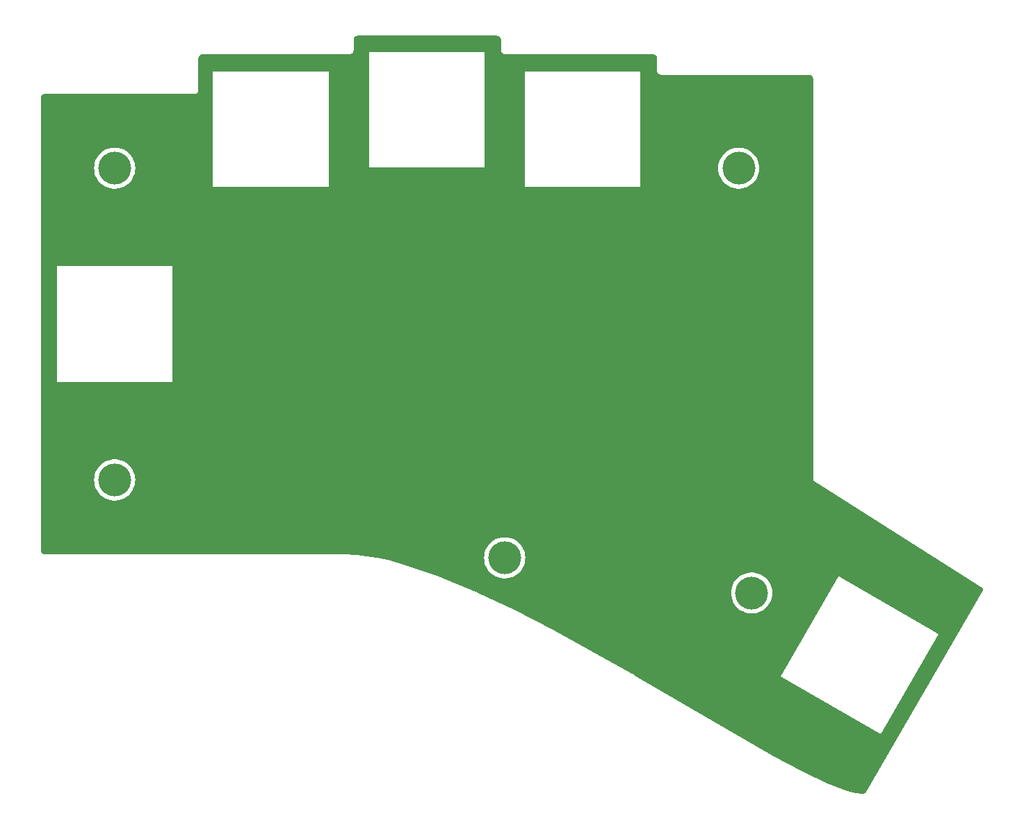
<source format=gbr>
%TF.GenerationSoftware,KiCad,Pcbnew,7.0.10*%
%TF.CreationDate,2024-02-18T23:47:10+09:00*%
%TF.ProjectId,kamu_keyboard,6b616d75-5f6b-4657-9962-6f6172642e6b,rev?*%
%TF.SameCoordinates,Original*%
%TF.FileFunction,Copper,L2,Bot*%
%TF.FilePolarity,Positive*%
%FSLAX46Y46*%
G04 Gerber Fmt 4.6, Leading zero omitted, Abs format (unit mm)*
G04 Created by KiCad (PCBNEW 7.0.10) date 2024-02-18 23:47:10*
%MOMM*%
%LPD*%
G01*
G04 APERTURE LIST*
%TA.AperFunction,ComponentPad*%
%ADD10C,4.000000*%
%TD*%
G04 APERTURE END LIST*
D10*
%TO.P,,*%
%TO.N,*%
X127813000Y-84896000D03*
%TD*%
%TO.P,,*%
%TO.N,*%
X129399414Y-136671000D03*
%TD*%
%TO.P,,*%
%TO.N,*%
X99313000Y-132396000D03*
%TD*%
%TO.P,,*%
%TO.N,*%
X51813000Y-122896000D03*
%TD*%
%TO.P,,*%
%TO.N,*%
X51813000Y-84896000D03*
%TD*%
%TA.AperFunction,Conductor*%
%TO.N,GND*%
G36*
X98362683Y-68749608D02*
G01*
X98365454Y-68749676D01*
X98382868Y-68750106D01*
X98388917Y-68750405D01*
X98407511Y-68751786D01*
X98413526Y-68752382D01*
X98414449Y-68752497D01*
X98431873Y-68754658D01*
X98437874Y-68755552D01*
X98456070Y-68758722D01*
X98462001Y-68759907D01*
X98479947Y-68763950D01*
X98485814Y-68765423D01*
X98503471Y-68770319D01*
X98509247Y-68772074D01*
X98513074Y-68773340D01*
X98526653Y-68777831D01*
X98532346Y-68779869D01*
X98549416Y-68786454D01*
X98554999Y-68788765D01*
X98571743Y-68796183D01*
X98577199Y-68798761D01*
X98593589Y-68807001D01*
X98598930Y-68809853D01*
X98614877Y-68818874D01*
X98620076Y-68821985D01*
X98635609Y-68831803D01*
X98640647Y-68835163D01*
X98655738Y-68845772D01*
X98660598Y-68849370D01*
X98675228Y-68860770D01*
X98679934Y-68864627D01*
X98693989Y-68876737D01*
X98698508Y-68880830D01*
X98712051Y-68893718D01*
X98716372Y-68898040D01*
X98729261Y-68911584D01*
X98733374Y-68916125D01*
X98745474Y-68930168D01*
X98749349Y-68934896D01*
X98760696Y-68949459D01*
X98764325Y-68954360D01*
X98774916Y-68969426D01*
X98778288Y-68974482D01*
X98788108Y-68990017D01*
X98791218Y-68995215D01*
X98800240Y-69011168D01*
X98803091Y-69016511D01*
X98811322Y-69032884D01*
X98813907Y-69038355D01*
X98821317Y-69055082D01*
X98823636Y-69060681D01*
X98830218Y-69077745D01*
X98832258Y-69083446D01*
X98838009Y-69100841D01*
X98839761Y-69106608D01*
X98844664Y-69124289D01*
X98846136Y-69130154D01*
X98850176Y-69148093D01*
X98851366Y-69154055D01*
X98854529Y-69172212D01*
X98855426Y-69178233D01*
X98857694Y-69196522D01*
X98858297Y-69202606D01*
X98859672Y-69221137D01*
X98859974Y-69227234D01*
X98860475Y-69247407D01*
X98860513Y-69250486D01*
X98860513Y-70489688D01*
X98860317Y-70492370D01*
X98860456Y-70496939D01*
X98860513Y-70500701D01*
X98860513Y-70505146D01*
X98860724Y-70507417D01*
X98860928Y-70515686D01*
X98860792Y-70519202D01*
X98860900Y-70520647D01*
X98861203Y-70526736D01*
X98861241Y-70528271D01*
X98861725Y-70531744D01*
X98862319Y-70539741D01*
X98862339Y-70543190D01*
X98862644Y-70545720D01*
X98863158Y-70550910D01*
X98863324Y-70553043D01*
X98863954Y-70556360D01*
X98864881Y-70563833D01*
X98865071Y-70567478D01*
X98865482Y-70569842D01*
X98866356Y-70575701D01*
X98866518Y-70576997D01*
X98867299Y-70580286D01*
X98868700Y-70588322D01*
X98869065Y-70591848D01*
X98869595Y-70594218D01*
X98870692Y-70599705D01*
X98871085Y-70601934D01*
X98872081Y-70605276D01*
X98873821Y-70612998D01*
X98874377Y-70616489D01*
X98874749Y-70617826D01*
X98876269Y-70623872D01*
X98876778Y-70626140D01*
X98878031Y-70629644D01*
X98879659Y-70635515D01*
X98880348Y-70638960D01*
X98881380Y-70642125D01*
X98882775Y-70646701D01*
X98883620Y-70649678D01*
X98884895Y-70652783D01*
X98887047Y-70659291D01*
X98887864Y-70662491D01*
X98888973Y-70665419D01*
X98890506Y-70669705D01*
X98891385Y-70672314D01*
X98892763Y-70675287D01*
X98895914Y-70683453D01*
X98896962Y-70686726D01*
X98897218Y-70687300D01*
X98899739Y-70693381D01*
X98900758Y-70696036D01*
X98902619Y-70699472D01*
X98904719Y-70704214D01*
X98905926Y-70707587D01*
X98907221Y-70710177D01*
X98909568Y-70715143D01*
X98910534Y-70717310D01*
X98912307Y-70720308D01*
X98915495Y-70726648D01*
X98916854Y-70729893D01*
X98918104Y-70732116D01*
X98920628Y-70736839D01*
X98921968Y-70739483D01*
X98923925Y-70742420D01*
X98927248Y-70748295D01*
X98928743Y-70751414D01*
X98930087Y-70753554D01*
X98932741Y-70757983D01*
X98934650Y-70761325D01*
X98936807Y-70764201D01*
X98939676Y-70768738D01*
X98941372Y-70771910D01*
X98942946Y-70774158D01*
X98946036Y-70778790D01*
X98947661Y-70781349D01*
X98949971Y-70784160D01*
X98953901Y-70789750D01*
X98955792Y-70792855D01*
X98956630Y-70793926D01*
X98960557Y-70799229D01*
X98962145Y-70801498D01*
X98964795Y-70804393D01*
X98968821Y-70809561D01*
X98970932Y-70812664D01*
X98971343Y-70813134D01*
X98976068Y-70818888D01*
X98976824Y-70819867D01*
X98979511Y-70822580D01*
X98983444Y-70827145D01*
X98985601Y-70830091D01*
X98988121Y-70832759D01*
X98991678Y-70836690D01*
X98993760Y-70839093D01*
X98996439Y-70841515D01*
X99001689Y-70847032D01*
X99003925Y-70849693D01*
X99004866Y-70850589D01*
X99009168Y-70854890D01*
X99010721Y-70856520D01*
X99013549Y-70858852D01*
X99018320Y-70863392D01*
X99020863Y-70866198D01*
X99022635Y-70867721D01*
X99027365Y-70872003D01*
X99029913Y-70874432D01*
X99033139Y-70876766D01*
X99037769Y-70880756D01*
X99040429Y-70883358D01*
X99040679Y-70883550D01*
X99046738Y-70888522D01*
X99048093Y-70889707D01*
X99051546Y-70891987D01*
X99055470Y-70895044D01*
X99058146Y-70897486D01*
X99061226Y-70899670D01*
X99065198Y-70902607D01*
X99069516Y-70905934D01*
X99072772Y-70907798D01*
X99074551Y-70909048D01*
X99076149Y-70910172D01*
X99079004Y-70912492D01*
X99080625Y-70913514D01*
X99085901Y-70917030D01*
X99089008Y-70919218D01*
X99092552Y-70921047D01*
X99096136Y-70923312D01*
X99099151Y-70925546D01*
X99101315Y-70926768D01*
X99106614Y-70929936D01*
X99109371Y-70931679D01*
X99112864Y-70933296D01*
X99117673Y-70936017D01*
X99120764Y-70938061D01*
X99122350Y-70938854D01*
X99128132Y-70941939D01*
X99131085Y-70943615D01*
X99134794Y-70945102D01*
X99139185Y-70947310D01*
X99139595Y-70947516D01*
X99142775Y-70949391D01*
X99143987Y-70949923D01*
X99150173Y-70952846D01*
X99153648Y-70954606D01*
X99157607Y-70955944D01*
X99160503Y-70957227D01*
X99164139Y-70959189D01*
X99165633Y-70959752D01*
X99173128Y-70962858D01*
X99174542Y-70963499D01*
X99178512Y-70964685D01*
X99184155Y-70966862D01*
X99187557Y-70968449D01*
X99188817Y-70968861D01*
X99195529Y-70971268D01*
X99198934Y-70972600D01*
X99203077Y-70973561D01*
X99204592Y-70974062D01*
X99206624Y-70974734D01*
X99210003Y-70976134D01*
X99212513Y-70976831D01*
X99218177Y-70978551D01*
X99222498Y-70979976D01*
X99226408Y-70980685D01*
X99229838Y-70981636D01*
X99233708Y-70983030D01*
X99234842Y-70983275D01*
X99242943Y-70985311D01*
X99245109Y-70985933D01*
X99249436Y-70986524D01*
X99253979Y-70987548D01*
X99257783Y-70988699D01*
X99258934Y-70988891D01*
X99266651Y-70990429D01*
X99269671Y-70991131D01*
X99274002Y-70991487D01*
X99278703Y-70992307D01*
X99282539Y-70993243D01*
X99282840Y-70993278D01*
X99291108Y-70994503D01*
X99293926Y-70995018D01*
X99298355Y-70995160D01*
X99302580Y-70995684D01*
X99306443Y-70996446D01*
X99307542Y-70996520D01*
X99315324Y-70997291D01*
X99318540Y-70997712D01*
X99322907Y-70997635D01*
X99326957Y-70997935D01*
X99331094Y-70998548D01*
X99331736Y-70998557D01*
X99340417Y-70998974D01*
X99342245Y-70999126D01*
X99346557Y-70998873D01*
X99348055Y-70998909D01*
X99350048Y-70998959D01*
X99353122Y-70999302D01*
X99358044Y-70999255D01*
X99363785Y-70999332D01*
X99373163Y-70999675D01*
X99376709Y-70999226D01*
X117359486Y-70997111D01*
X117362540Y-70997148D01*
X117382724Y-70997647D01*
X117388780Y-70997946D01*
X117407368Y-70999327D01*
X117413375Y-70999922D01*
X117422452Y-71001048D01*
X117431731Y-71002199D01*
X117437754Y-71003097D01*
X117455906Y-71006260D01*
X117461845Y-71007445D01*
X117479813Y-71011492D01*
X117485665Y-71012963D01*
X117503320Y-71017859D01*
X117509088Y-71019610D01*
X117526536Y-71025380D01*
X117532165Y-71027396D01*
X117549273Y-71033995D01*
X117554846Y-71036304D01*
X117571591Y-71043722D01*
X117577070Y-71046311D01*
X117593438Y-71054541D01*
X117598781Y-71057392D01*
X117601595Y-71058984D01*
X117614738Y-71066418D01*
X117619941Y-71069532D01*
X117635433Y-71079324D01*
X117640495Y-71082700D01*
X117655583Y-71093307D01*
X117660484Y-71096936D01*
X117675058Y-71108292D01*
X117679787Y-71112167D01*
X117693849Y-71124284D01*
X117698389Y-71128396D01*
X117711900Y-71141254D01*
X117716236Y-71145590D01*
X117729104Y-71159110D01*
X117733223Y-71163658D01*
X117745329Y-71177708D01*
X117749203Y-71182435D01*
X117760551Y-71196999D01*
X117764178Y-71201898D01*
X117774774Y-71216970D01*
X117778148Y-71222028D01*
X117787965Y-71237558D01*
X117791082Y-71242767D01*
X117800089Y-71258691D01*
X117802942Y-71264036D01*
X117811186Y-71280432D01*
X117813774Y-71285909D01*
X117821176Y-71302617D01*
X117823493Y-71308211D01*
X117830085Y-71325298D01*
X117832126Y-71330998D01*
X117837872Y-71348374D01*
X117839632Y-71354167D01*
X117844524Y-71371806D01*
X117846003Y-71377697D01*
X117850044Y-71395637D01*
X117851234Y-71401599D01*
X117854395Y-71419740D01*
X117855293Y-71425760D01*
X117857567Y-71444090D01*
X117858169Y-71450173D01*
X117859542Y-71468661D01*
X117859845Y-71474772D01*
X117860345Y-71494947D01*
X117860383Y-71498019D01*
X117860383Y-72989653D01*
X117860208Y-72991999D01*
X117860344Y-72997401D01*
X117860383Y-73000508D01*
X117860383Y-73005276D01*
X117860594Y-73007547D01*
X117860798Y-73015818D01*
X117860662Y-73019333D01*
X117860770Y-73020779D01*
X117861073Y-73026868D01*
X117861111Y-73028394D01*
X117861595Y-73031867D01*
X117862190Y-73039879D01*
X117862210Y-73043340D01*
X117862514Y-73045863D01*
X117863028Y-73051053D01*
X117863194Y-73053193D01*
X117863823Y-73056503D01*
X117864744Y-73063929D01*
X117864929Y-73067513D01*
X117865394Y-73070215D01*
X117866207Y-73075668D01*
X117866410Y-73077277D01*
X117867178Y-73080503D01*
X117868553Y-73088400D01*
X117868898Y-73091772D01*
X117869562Y-73094794D01*
X117870484Y-73099415D01*
X117871010Y-73102343D01*
X117871973Y-73105566D01*
X117873714Y-73113300D01*
X117874250Y-73116648D01*
X117874713Y-73118332D01*
X117876070Y-73123738D01*
X117876706Y-73126537D01*
X117877923Y-73129938D01*
X117879592Y-73135965D01*
X117880336Y-73139655D01*
X117880924Y-73141419D01*
X117882879Y-73147862D01*
X117883280Y-73149327D01*
X117884674Y-73152744D01*
X117886908Y-73159505D01*
X117887715Y-73162669D01*
X117888883Y-73165770D01*
X117890355Y-73169898D01*
X117891349Y-73172849D01*
X117892759Y-73175871D01*
X117895829Y-73183835D01*
X117896831Y-73186957D01*
X117897282Y-73187980D01*
X117899462Y-73193248D01*
X117900222Y-73195211D01*
X117901859Y-73198326D01*
X117904515Y-73204325D01*
X117905647Y-73207503D01*
X117907368Y-73210991D01*
X117909192Y-73214853D01*
X117910562Y-73217890D01*
X117912238Y-73220717D01*
X117915289Y-73226786D01*
X117916560Y-73229833D01*
X117918324Y-73233008D01*
X117920218Y-73236552D01*
X117922067Y-73240151D01*
X117923885Y-73242872D01*
X117927381Y-73249054D01*
X117928914Y-73252217D01*
X117929679Y-73253426D01*
X117932844Y-73258712D01*
X117934075Y-73260890D01*
X117936292Y-73263880D01*
X117939470Y-73268904D01*
X117941108Y-73271971D01*
X117943034Y-73274739D01*
X117945683Y-73278708D01*
X117947660Y-73281797D01*
X117949896Y-73284512D01*
X117953319Y-73289377D01*
X117955167Y-73292452D01*
X117956895Y-73294677D01*
X117960070Y-73298953D01*
X117962808Y-73302811D01*
X117965389Y-73305573D01*
X117968874Y-73310038D01*
X117970812Y-73312865D01*
X117971751Y-73313955D01*
X117975469Y-73318482D01*
X117977391Y-73320938D01*
X117980058Y-73323580D01*
X117984538Y-73328767D01*
X117986706Y-73331630D01*
X117987592Y-73332555D01*
X117991918Y-73337317D01*
X117993386Y-73339020D01*
X117996194Y-73341558D01*
X118000695Y-73346272D01*
X118003015Y-73349080D01*
X118004741Y-73350721D01*
X118009041Y-73355014D01*
X118010657Y-73356708D01*
X118013457Y-73359016D01*
X118018177Y-73363510D01*
X118020690Y-73366286D01*
X118022579Y-73367913D01*
X118027173Y-73372075D01*
X118029306Y-73374107D01*
X118032383Y-73376365D01*
X118037506Y-73380783D01*
X118040036Y-73383266D01*
X118041236Y-73384201D01*
X118045989Y-73388097D01*
X118048430Y-73390201D01*
X118051626Y-73392304D01*
X118055468Y-73395301D01*
X118058271Y-73397857D01*
X118060618Y-73399509D01*
X118065500Y-73403126D01*
X118069047Y-73405891D01*
X118072514Y-73407884D01*
X118076885Y-73410962D01*
X118079640Y-73413165D01*
X118080307Y-73413585D01*
X118085895Y-73417314D01*
X118087824Y-73418678D01*
X118091215Y-73420483D01*
X118096140Y-73423603D01*
X118099263Y-73425916D01*
X118100770Y-73426761D01*
X118106880Y-73430420D01*
X118109034Y-73431796D01*
X118112655Y-73433480D01*
X118117595Y-73436281D01*
X118120714Y-73438346D01*
X118122133Y-73439056D01*
X118128070Y-73442228D01*
X118131087Y-73443947D01*
X118134826Y-73445444D01*
X118139447Y-73447774D01*
X118142584Y-73449628D01*
X118143937Y-73450226D01*
X118149916Y-73453060D01*
X118153592Y-73454924D01*
X118157506Y-73456249D01*
X118160181Y-73457438D01*
X118163600Y-73459294D01*
X118166292Y-73460332D01*
X118172229Y-73462798D01*
X118174910Y-73463994D01*
X118178624Y-73465101D01*
X118182791Y-73466713D01*
X118186166Y-73468337D01*
X118189324Y-73469390D01*
X118194724Y-73471330D01*
X118198877Y-73472931D01*
X118202670Y-73473825D01*
X118206292Y-73475028D01*
X118209952Y-73476556D01*
X118211703Y-73477034D01*
X118218695Y-73479164D01*
X118220334Y-73479716D01*
X118224156Y-73480482D01*
X118230870Y-73482353D01*
X118234422Y-73483597D01*
X118235017Y-73483728D01*
X118242491Y-73485615D01*
X118245172Y-73486381D01*
X118249391Y-73486958D01*
X118253378Y-73487860D01*
X118257490Y-73489125D01*
X118258324Y-73489260D01*
X118266929Y-73490966D01*
X118268199Y-73491264D01*
X118272368Y-73491662D01*
X118278589Y-73492752D01*
X118282398Y-73493685D01*
X118282797Y-73493732D01*
X118290873Y-73494935D01*
X118293840Y-73495477D01*
X118298245Y-73495620D01*
X118302469Y-73496147D01*
X118306365Y-73496916D01*
X118307311Y-73496980D01*
X118315268Y-73497774D01*
X118318335Y-73498180D01*
X118322759Y-73498105D01*
X118326863Y-73498411D01*
X118331005Y-73499026D01*
X118331523Y-73499033D01*
X118340344Y-73499460D01*
X118342076Y-73499605D01*
X118346431Y-73499351D01*
X118349035Y-73499416D01*
X118349660Y-73499432D01*
X118352083Y-73499709D01*
X118359240Y-73499709D01*
X118362346Y-73499748D01*
X118369482Y-73499926D01*
X118371927Y-73499709D01*
X136369178Y-73499709D01*
X136372232Y-73499747D01*
X136393331Y-73500279D01*
X136399513Y-73500592D01*
X136418686Y-73502048D01*
X136424894Y-73502679D01*
X136443732Y-73505071D01*
X136449888Y-73506010D01*
X136468359Y-73509305D01*
X136474428Y-73510545D01*
X136492568Y-73514727D01*
X136498537Y-73516261D01*
X136516031Y-73521225D01*
X136516320Y-73521307D01*
X136522186Y-73523130D01*
X136539581Y-73529011D01*
X136545321Y-73531110D01*
X136562379Y-73537831D01*
X136567922Y-73540174D01*
X136584577Y-73547699D01*
X136589932Y-73550277D01*
X136606187Y-73558599D01*
X136611429Y-73561446D01*
X136627174Y-73570496D01*
X136632255Y-73573581D01*
X136647536Y-73583374D01*
X136652440Y-73586686D01*
X136667170Y-73597159D01*
X136671923Y-73600713D01*
X136686115Y-73611863D01*
X136690689Y-73615637D01*
X136704310Y-73627434D01*
X136708690Y-73631414D01*
X136721770Y-73643883D01*
X136725955Y-73648067D01*
X136738390Y-73661109D01*
X136742376Y-73665495D01*
X136754195Y-73679141D01*
X136757965Y-73683710D01*
X136769115Y-73697900D01*
X136772681Y-73702670D01*
X136783161Y-73717413D01*
X136786492Y-73722345D01*
X136796243Y-73737559D01*
X136799352Y-73742678D01*
X136808381Y-73758387D01*
X136811250Y-73763671D01*
X136819534Y-73779852D01*
X136822156Y-73785297D01*
X136829638Y-73801854D01*
X136832008Y-73807462D01*
X136838723Y-73824505D01*
X136840820Y-73830238D01*
X136846703Y-73847635D01*
X136848528Y-73853507D01*
X136853567Y-73871265D01*
X136855107Y-73877256D01*
X136859288Y-73895390D01*
X136860530Y-73901468D01*
X136863827Y-73919946D01*
X136864768Y-73926112D01*
X136867154Y-73944908D01*
X136867785Y-73951133D01*
X136869239Y-73970278D01*
X136869555Y-73976530D01*
X136870086Y-73997503D01*
X136870126Y-74000641D01*
X136870126Y-122965179D01*
X136869415Y-122973222D01*
X136870131Y-122976441D01*
X136872440Y-122978754D01*
X136879578Y-122982466D01*
X157523523Y-136133988D01*
X157569487Y-136186610D01*
X157579705Y-136255729D01*
X157570754Y-136287689D01*
X157568008Y-136294054D01*
X157566955Y-136296426D01*
X157563615Y-136303743D01*
X157562520Y-136306078D01*
X157558975Y-136313435D01*
X157557828Y-136315753D01*
X157554125Y-136323045D01*
X157552936Y-136325328D01*
X157549111Y-136332488D01*
X157547879Y-136334737D01*
X157543659Y-136342258D01*
X157542906Y-136343582D01*
X143360057Y-160908717D01*
X143358898Y-160910681D01*
X143351217Y-160923437D01*
X143348799Y-160927292D01*
X143341237Y-160938867D01*
X143338713Y-160942581D01*
X143330853Y-160953710D01*
X143328193Y-160957335D01*
X143319933Y-160968174D01*
X143317147Y-160971696D01*
X143308531Y-160982191D01*
X143305627Y-160985600D01*
X143296726Y-160995677D01*
X143293720Y-160998960D01*
X143284427Y-161008749D01*
X143281300Y-161011927D01*
X143271723Y-161021315D01*
X143268502Y-161024361D01*
X143258616Y-161033382D01*
X143255295Y-161036306D01*
X143245107Y-161044957D01*
X143241701Y-161047746D01*
X143231259Y-161055993D01*
X143227740Y-161058672D01*
X143216962Y-161066577D01*
X143213381Y-161069107D01*
X143202395Y-161076582D01*
X143198731Y-161078982D01*
X143187482Y-161086068D01*
X143183719Y-161088346D01*
X143172244Y-161095018D01*
X143168431Y-161097146D01*
X143156698Y-161103426D01*
X143152787Y-161105431D01*
X143140880Y-161111271D01*
X143136918Y-161113128D01*
X143124717Y-161118587D01*
X143120679Y-161120309D01*
X143108400Y-161125289D01*
X143104307Y-161126865D01*
X143091790Y-161131433D01*
X143087644Y-161132864D01*
X143074957Y-161136991D01*
X143070765Y-161138273D01*
X143057923Y-161141953D01*
X143053663Y-161143092D01*
X143040739Y-161146303D01*
X143036423Y-161147294D01*
X143023286Y-161150064D01*
X143018951Y-161150898D01*
X143005710Y-161153201D01*
X143001310Y-161153885D01*
X142987952Y-161155717D01*
X142983531Y-161156243D01*
X142970098Y-161157596D01*
X142965650Y-161157963D01*
X142952126Y-161158835D01*
X142947662Y-161159042D01*
X142934050Y-161159428D01*
X142929548Y-161159474D01*
X142915859Y-161159365D01*
X142911369Y-161159248D01*
X142897594Y-161158639D01*
X142893082Y-161158357D01*
X142878234Y-161157157D01*
X142875902Y-161156946D01*
X142094421Y-161078909D01*
X142077376Y-161075995D01*
X141090215Y-160835364D01*
X141075916Y-160830950D01*
X138623812Y-159908388D01*
X138614000Y-159904206D01*
X135607264Y-158466993D01*
X135602223Y-158464441D01*
X132115568Y-156598142D01*
X132111752Y-156596012D01*
X115354640Y-146851619D01*
X132931998Y-146851619D01*
X132932250Y-146851948D01*
X132941145Y-146857036D01*
X132941576Y-146857284D01*
X145121785Y-153889532D01*
X145121958Y-153889683D01*
X145143206Y-153901946D01*
X145143208Y-153901948D01*
X145143209Y-153901948D01*
X145143211Y-153901949D01*
X145143617Y-153902002D01*
X145143619Y-153902002D01*
X145143948Y-153901750D01*
X145148436Y-153893894D01*
X145148628Y-153893558D01*
X152188019Y-141700978D01*
X152193945Y-141690793D01*
X152193948Y-141690792D01*
X152194002Y-141690381D01*
X152193750Y-141690052D01*
X152193748Y-141690051D01*
X152173204Y-141678097D01*
X152172605Y-141677892D01*
X151336632Y-141195243D01*
X140004309Y-134652522D01*
X140004201Y-134652427D01*
X140004199Y-134652431D01*
X139982791Y-134640051D01*
X139982381Y-134639997D01*
X139982380Y-134639997D01*
X139982051Y-134640249D01*
X139970161Y-134660655D01*
X139969932Y-134661323D01*
X132944284Y-146830101D01*
X132943883Y-146830561D01*
X132932051Y-146851209D01*
X132932049Y-146851223D01*
X132932038Y-146851315D01*
X132931998Y-146851619D01*
X115354640Y-146851619D01*
X114851077Y-146558793D01*
X114849616Y-146557821D01*
X114845565Y-146555564D01*
X114843513Y-146554395D01*
X114837253Y-146550748D01*
X114835584Y-146549987D01*
X105258524Y-141196850D01*
X105256142Y-141195243D01*
X105250982Y-141192568D01*
X105247720Y-141190815D01*
X105245348Y-141189494D01*
X105243017Y-141188453D01*
X100475166Y-138728019D01*
X100472808Y-138726587D01*
X100469039Y-138724792D01*
X100465792Y-138723187D01*
X100461563Y-138721018D01*
X100458932Y-138720007D01*
X96128165Y-136671005D01*
X126893970Y-136671005D01*
X126913724Y-136985004D01*
X126913725Y-136985011D01*
X126972684Y-137294083D01*
X127069911Y-137593316D01*
X127069913Y-137593321D01*
X127203875Y-137878003D01*
X127203878Y-137878009D01*
X127372465Y-138143661D01*
X127372468Y-138143665D01*
X127573020Y-138386090D01*
X127573022Y-138386092D01*
X127802382Y-138601476D01*
X127802392Y-138601484D01*
X128056918Y-138786408D01*
X128056923Y-138786410D01*
X128056930Y-138786416D01*
X128332648Y-138937994D01*
X128332653Y-138937996D01*
X128332655Y-138937997D01*
X128332656Y-138937998D01*
X128625185Y-139053818D01*
X128625188Y-139053819D01*
X128929937Y-139132065D01*
X128929941Y-139132066D01*
X128995424Y-139140338D01*
X129242084Y-139171499D01*
X129242093Y-139171499D01*
X129242096Y-139171500D01*
X129242098Y-139171500D01*
X129556730Y-139171500D01*
X129556732Y-139171500D01*
X129556735Y-139171499D01*
X129556743Y-139171499D01*
X129743007Y-139147968D01*
X129868887Y-139132066D01*
X130173639Y-139053819D01*
X130173642Y-139053818D01*
X130466171Y-138937998D01*
X130466172Y-138937997D01*
X130466170Y-138937997D01*
X130466180Y-138937994D01*
X130741898Y-138786416D01*
X130996444Y-138601478D01*
X131225804Y-138386094D01*
X131426361Y-138143663D01*
X131594951Y-137878007D01*
X131728917Y-137593315D01*
X131826145Y-137294079D01*
X131885102Y-136985015D01*
X131904858Y-136671000D01*
X131894986Y-136514094D01*
X131885103Y-136356995D01*
X131885102Y-136356988D01*
X131885102Y-136356985D01*
X131826145Y-136047921D01*
X131728917Y-135748685D01*
X131594951Y-135463993D01*
X131426361Y-135198337D01*
X131426359Y-135198334D01*
X131225807Y-134955909D01*
X131225805Y-134955907D01*
X130996445Y-134740523D01*
X130996435Y-134740515D01*
X130741909Y-134555591D01*
X130741902Y-134555586D01*
X130741898Y-134555584D01*
X130466180Y-134404006D01*
X130466177Y-134404004D01*
X130466172Y-134404002D01*
X130466171Y-134404001D01*
X130173642Y-134288181D01*
X130173639Y-134288180D01*
X129868890Y-134209934D01*
X129868877Y-134209932D01*
X129556743Y-134170500D01*
X129556732Y-134170500D01*
X129242096Y-134170500D01*
X129242084Y-134170500D01*
X128929950Y-134209932D01*
X128929937Y-134209934D01*
X128625188Y-134288180D01*
X128625185Y-134288181D01*
X128332656Y-134404001D01*
X128332655Y-134404002D01*
X128056930Y-134555584D01*
X128056918Y-134555591D01*
X127802392Y-134740515D01*
X127802382Y-134740523D01*
X127573022Y-134955907D01*
X127573020Y-134955909D01*
X127372468Y-135198334D01*
X127372465Y-135198338D01*
X127203878Y-135463990D01*
X127203875Y-135463996D01*
X127069913Y-135748678D01*
X127069911Y-135748683D01*
X126972684Y-136047916D01*
X126913725Y-136356988D01*
X126913724Y-136356995D01*
X126893970Y-136670994D01*
X126893970Y-136671005D01*
X96128165Y-136671005D01*
X95800688Y-136516067D01*
X95797661Y-136514405D01*
X95796907Y-136514094D01*
X95790811Y-136511382D01*
X95789870Y-136510932D01*
X95786498Y-136509773D01*
X91307827Y-134647061D01*
X91304404Y-134645389D01*
X91304084Y-134645279D01*
X91298097Y-134643015D01*
X91294521Y-134642006D01*
X87069554Y-133205903D01*
X87066041Y-133204461D01*
X87065070Y-133204194D01*
X87059328Y-133202460D01*
X87059297Y-133202449D01*
X87055982Y-133201745D01*
X85069050Y-132672522D01*
X85065316Y-132671253D01*
X85064505Y-132671087D01*
X85057988Y-132669547D01*
X85054309Y-132668989D01*
X83730943Y-132396005D01*
X96807556Y-132396005D01*
X96827310Y-132710004D01*
X96827311Y-132710011D01*
X96886270Y-133019083D01*
X96983497Y-133318316D01*
X96983499Y-133318321D01*
X97117461Y-133603003D01*
X97117464Y-133603009D01*
X97286051Y-133868661D01*
X97286054Y-133868665D01*
X97486606Y-134111090D01*
X97486608Y-134111092D01*
X97486610Y-134111094D01*
X97591862Y-134209932D01*
X97715968Y-134326476D01*
X97715978Y-134326484D01*
X97970504Y-134511408D01*
X97970509Y-134511410D01*
X97970516Y-134511416D01*
X98246234Y-134662994D01*
X98246239Y-134662996D01*
X98246241Y-134662997D01*
X98246242Y-134662998D01*
X98538771Y-134778818D01*
X98538774Y-134778819D01*
X98843523Y-134857065D01*
X98843527Y-134857066D01*
X98909010Y-134865338D01*
X99155670Y-134896499D01*
X99155679Y-134896499D01*
X99155682Y-134896500D01*
X99155684Y-134896500D01*
X99470316Y-134896500D01*
X99470318Y-134896500D01*
X99470321Y-134896499D01*
X99470329Y-134896499D01*
X99656593Y-134872968D01*
X99782473Y-134857066D01*
X100087225Y-134778819D01*
X100183950Y-134740523D01*
X100379757Y-134662998D01*
X100379758Y-134662997D01*
X100379756Y-134662997D01*
X100379766Y-134662994D01*
X100655484Y-134511416D01*
X100910030Y-134326478D01*
X101139390Y-134111094D01*
X101339947Y-133868663D01*
X101508537Y-133603007D01*
X101642503Y-133318315D01*
X101739731Y-133019079D01*
X101798688Y-132710015D01*
X101801184Y-132670340D01*
X101818444Y-132396005D01*
X101818444Y-132395994D01*
X101798689Y-132081995D01*
X101798688Y-132081988D01*
X101798688Y-132081985D01*
X101739731Y-131772921D01*
X101642503Y-131473685D01*
X101639156Y-131466573D01*
X101508538Y-131188996D01*
X101508537Y-131188993D01*
X101339947Y-130923337D01*
X101339945Y-130923334D01*
X101139393Y-130680909D01*
X101139391Y-130680907D01*
X100910031Y-130465523D01*
X100910021Y-130465515D01*
X100655495Y-130280591D01*
X100655488Y-130280586D01*
X100655484Y-130280584D01*
X100379766Y-130129006D01*
X100379763Y-130129004D01*
X100379758Y-130129002D01*
X100379757Y-130129001D01*
X100087228Y-130013181D01*
X100087225Y-130013180D01*
X99782476Y-129934934D01*
X99782463Y-129934932D01*
X99470329Y-129895500D01*
X99470318Y-129895500D01*
X99155682Y-129895500D01*
X99155670Y-129895500D01*
X98843536Y-129934932D01*
X98843523Y-129934934D01*
X98538774Y-130013180D01*
X98538771Y-130013181D01*
X98246242Y-130129001D01*
X98246241Y-130129002D01*
X97970516Y-130280584D01*
X97970504Y-130280591D01*
X97715978Y-130465515D01*
X97715968Y-130465523D01*
X97486608Y-130680907D01*
X97486606Y-130680909D01*
X97286054Y-130923334D01*
X97286051Y-130923338D01*
X97117464Y-131188990D01*
X97117461Y-131188996D01*
X96983499Y-131473678D01*
X96983497Y-131473683D01*
X96886270Y-131772916D01*
X96827311Y-132081988D01*
X96827310Y-132081995D01*
X96807556Y-132395994D01*
X96807556Y-132396005D01*
X83730943Y-132396005D01*
X83159215Y-132278068D01*
X83155031Y-132276894D01*
X83154582Y-132276833D01*
X83147975Y-132275706D01*
X83143805Y-132275371D01*
X81347549Y-132033123D01*
X81342990Y-132032240D01*
X81338282Y-132031802D01*
X81333581Y-132031823D01*
X79648936Y-131948648D01*
X79645232Y-131948189D01*
X79642688Y-131948189D01*
X79636572Y-131948038D01*
X79634698Y-131947945D01*
X79631090Y-131948192D01*
X43316665Y-131964415D01*
X43313845Y-131964384D01*
X43293580Y-131963932D01*
X43287386Y-131963639D01*
X43268930Y-131962302D01*
X43262791Y-131961703D01*
X43244547Y-131959465D01*
X43238460Y-131958565D01*
X43231952Y-131957436D01*
X43220339Y-131955422D01*
X43214349Y-131954230D01*
X43196474Y-131950214D01*
X43190554Y-131948730D01*
X43172937Y-131943850D01*
X43167124Y-131942085D01*
X43149749Y-131936342D01*
X43144037Y-131934298D01*
X43126953Y-131927708D01*
X43121372Y-131925397D01*
X43104633Y-131917981D01*
X43099189Y-131915408D01*
X43082792Y-131907166D01*
X43077461Y-131904322D01*
X43061513Y-131895307D01*
X43056325Y-131892205D01*
X43040752Y-131882371D01*
X43035726Y-131879023D01*
X43020627Y-131868423D01*
X43015776Y-131864837D01*
X43001177Y-131853486D01*
X42996468Y-131849636D01*
X42982362Y-131837513D01*
X42977854Y-131833442D01*
X42964417Y-131820698D01*
X42959940Y-131816230D01*
X42947102Y-131802741D01*
X42943045Y-131798262D01*
X42930876Y-131784142D01*
X42927028Y-131779447D01*
X42915643Y-131764839D01*
X42912026Y-131759956D01*
X42901398Y-131744847D01*
X42898039Y-131739816D01*
X42888177Y-131724225D01*
X42885074Y-131719042D01*
X42876015Y-131703043D01*
X42873166Y-131697714D01*
X42864898Y-131681294D01*
X42862318Y-131675841D01*
X42854873Y-131659064D01*
X42852569Y-131653512D01*
X42845926Y-131636334D01*
X42843912Y-131630722D01*
X42838119Y-131613254D01*
X42836359Y-131607476D01*
X42831437Y-131589784D01*
X42829953Y-131583896D01*
X42825895Y-131565949D01*
X42824700Y-131559985D01*
X42821523Y-131541838D01*
X42820617Y-131535790D01*
X42818334Y-131517471D01*
X42817727Y-131511373D01*
X42816346Y-131492886D01*
X42816039Y-131486730D01*
X42815538Y-131466573D01*
X42815500Y-131463492D01*
X42815500Y-122896005D01*
X49307556Y-122896005D01*
X49327310Y-123210004D01*
X49327311Y-123210011D01*
X49386270Y-123519083D01*
X49483497Y-123818316D01*
X49483499Y-123818321D01*
X49617461Y-124103003D01*
X49617464Y-124103009D01*
X49786051Y-124368661D01*
X49786054Y-124368665D01*
X49986606Y-124611090D01*
X49986608Y-124611092D01*
X50215968Y-124826476D01*
X50215978Y-124826484D01*
X50470504Y-125011408D01*
X50470509Y-125011410D01*
X50470516Y-125011416D01*
X50746234Y-125162994D01*
X50746239Y-125162996D01*
X50746241Y-125162997D01*
X50746242Y-125162998D01*
X51038771Y-125278818D01*
X51038774Y-125278819D01*
X51343523Y-125357065D01*
X51343527Y-125357066D01*
X51409010Y-125365338D01*
X51655670Y-125396499D01*
X51655679Y-125396499D01*
X51655682Y-125396500D01*
X51655684Y-125396500D01*
X51970316Y-125396500D01*
X51970318Y-125396500D01*
X51970321Y-125396499D01*
X51970329Y-125396499D01*
X52156593Y-125372968D01*
X52282473Y-125357066D01*
X52587225Y-125278819D01*
X52587228Y-125278818D01*
X52879757Y-125162998D01*
X52879758Y-125162997D01*
X52879756Y-125162997D01*
X52879766Y-125162994D01*
X53155484Y-125011416D01*
X53410030Y-124826478D01*
X53639390Y-124611094D01*
X53839947Y-124368663D01*
X54008537Y-124103007D01*
X54142503Y-123818315D01*
X54239731Y-123519079D01*
X54298688Y-123210015D01*
X54313403Y-122976124D01*
X54318444Y-122896005D01*
X54318444Y-122895994D01*
X54298689Y-122581995D01*
X54298688Y-122581988D01*
X54298688Y-122581985D01*
X54239731Y-122272921D01*
X54142503Y-121973685D01*
X54008537Y-121688993D01*
X53839947Y-121423337D01*
X53839945Y-121423334D01*
X53639393Y-121180909D01*
X53639391Y-121180907D01*
X53410031Y-120965523D01*
X53410021Y-120965515D01*
X53155495Y-120780591D01*
X53155488Y-120780586D01*
X53155484Y-120780584D01*
X52879766Y-120629006D01*
X52879763Y-120629004D01*
X52879758Y-120629002D01*
X52879757Y-120629001D01*
X52587228Y-120513181D01*
X52587225Y-120513180D01*
X52282476Y-120434934D01*
X52282463Y-120434932D01*
X51970329Y-120395500D01*
X51970318Y-120395500D01*
X51655682Y-120395500D01*
X51655670Y-120395500D01*
X51343536Y-120434932D01*
X51343523Y-120434934D01*
X51038774Y-120513180D01*
X51038771Y-120513181D01*
X50746242Y-120629001D01*
X50746241Y-120629002D01*
X50470516Y-120780584D01*
X50470504Y-120780591D01*
X50215978Y-120965515D01*
X50215968Y-120965523D01*
X49986608Y-121180907D01*
X49986606Y-121180909D01*
X49786054Y-121423334D01*
X49786051Y-121423338D01*
X49617464Y-121688990D01*
X49617461Y-121688996D01*
X49483499Y-121973678D01*
X49483497Y-121973683D01*
X49386270Y-122272916D01*
X49327311Y-122581988D01*
X49327310Y-122581995D01*
X49307556Y-122895994D01*
X49307556Y-122896005D01*
X42815500Y-122896005D01*
X42815500Y-110921889D01*
X44762416Y-110921889D01*
X44762459Y-110946000D01*
X44762500Y-110946099D01*
X44762617Y-110946383D01*
X44762618Y-110946384D01*
X44762808Y-110946462D01*
X44763000Y-110946541D01*
X44763002Y-110946539D01*
X44787616Y-110946524D01*
X44787616Y-110946528D01*
X44787760Y-110946500D01*
X58838240Y-110946500D01*
X58838383Y-110946528D01*
X58838384Y-110946524D01*
X58862997Y-110946539D01*
X58863000Y-110946541D01*
X58863383Y-110946383D01*
X58863500Y-110946099D01*
X58863541Y-110946000D01*
X58863540Y-110945997D01*
X58863583Y-110921889D01*
X58863500Y-110921467D01*
X58863500Y-96870759D01*
X58863528Y-96870616D01*
X58863524Y-96870616D01*
X58863539Y-96846002D01*
X58863541Y-96846000D01*
X58863462Y-96845808D01*
X58863384Y-96845618D01*
X58863380Y-96845614D01*
X58863194Y-96845538D01*
X58863002Y-96845459D01*
X58838446Y-96845459D01*
X58838240Y-96845500D01*
X44787760Y-96845500D01*
X44787554Y-96845459D01*
X44762998Y-96845459D01*
X44762807Y-96845538D01*
X44762619Y-96845615D01*
X44762615Y-96845618D01*
X44762459Y-96845999D01*
X44762476Y-96870616D01*
X44762471Y-96870616D01*
X44762500Y-96870759D01*
X44762500Y-110921467D01*
X44762416Y-110921889D01*
X42815500Y-110921889D01*
X42815500Y-84896005D01*
X49307556Y-84896005D01*
X49327310Y-85210004D01*
X49327311Y-85210011D01*
X49386270Y-85519083D01*
X49483497Y-85818316D01*
X49483499Y-85818321D01*
X49617461Y-86103003D01*
X49617464Y-86103009D01*
X49786051Y-86368661D01*
X49786054Y-86368665D01*
X49986606Y-86611090D01*
X49986608Y-86611092D01*
X50215968Y-86826476D01*
X50215978Y-86826484D01*
X50470504Y-87011408D01*
X50470509Y-87011410D01*
X50470516Y-87011416D01*
X50746234Y-87162994D01*
X50746239Y-87162996D01*
X50746241Y-87162997D01*
X50746242Y-87162998D01*
X51038771Y-87278818D01*
X51038774Y-87278819D01*
X51343523Y-87357065D01*
X51343527Y-87357066D01*
X51409010Y-87365338D01*
X51655670Y-87396499D01*
X51655679Y-87396499D01*
X51655682Y-87396500D01*
X51655684Y-87396500D01*
X51970316Y-87396500D01*
X51970318Y-87396500D01*
X51970321Y-87396499D01*
X51970329Y-87396499D01*
X52156593Y-87372968D01*
X52282473Y-87357066D01*
X52587225Y-87278819D01*
X52587228Y-87278818D01*
X52857301Y-87171889D01*
X63762416Y-87171889D01*
X63762459Y-87196000D01*
X63762500Y-87196099D01*
X63762617Y-87196383D01*
X63762618Y-87196384D01*
X63762808Y-87196462D01*
X63763000Y-87196541D01*
X63763002Y-87196539D01*
X63787616Y-87196524D01*
X63787616Y-87196528D01*
X63787760Y-87196500D01*
X77838240Y-87196500D01*
X77838383Y-87196528D01*
X77838384Y-87196524D01*
X77862997Y-87196539D01*
X77863000Y-87196541D01*
X77863383Y-87196383D01*
X77863500Y-87196099D01*
X77863541Y-87196000D01*
X77863540Y-87195997D01*
X77863583Y-87171889D01*
X101762416Y-87171889D01*
X101762459Y-87196000D01*
X101762500Y-87196099D01*
X101762617Y-87196383D01*
X101762618Y-87196384D01*
X101762808Y-87196462D01*
X101763000Y-87196541D01*
X101763002Y-87196539D01*
X101787616Y-87196524D01*
X101787616Y-87196528D01*
X101787760Y-87196500D01*
X115838240Y-87196500D01*
X115838383Y-87196528D01*
X115838384Y-87196524D01*
X115862997Y-87196539D01*
X115863000Y-87196541D01*
X115863383Y-87196383D01*
X115863500Y-87196099D01*
X115863541Y-87196000D01*
X115863540Y-87195997D01*
X115863583Y-87171889D01*
X115863500Y-87171467D01*
X115863500Y-84896005D01*
X125307556Y-84896005D01*
X125327310Y-85210004D01*
X125327311Y-85210011D01*
X125386270Y-85519083D01*
X125483497Y-85818316D01*
X125483499Y-85818321D01*
X125617461Y-86103003D01*
X125617464Y-86103009D01*
X125786051Y-86368661D01*
X125786054Y-86368665D01*
X125986606Y-86611090D01*
X125986608Y-86611092D01*
X126215968Y-86826476D01*
X126215978Y-86826484D01*
X126470504Y-87011408D01*
X126470509Y-87011410D01*
X126470516Y-87011416D01*
X126746234Y-87162994D01*
X126746239Y-87162996D01*
X126746241Y-87162997D01*
X126746242Y-87162998D01*
X127038771Y-87278818D01*
X127038774Y-87278819D01*
X127343523Y-87357065D01*
X127343527Y-87357066D01*
X127409010Y-87365338D01*
X127655670Y-87396499D01*
X127655679Y-87396499D01*
X127655682Y-87396500D01*
X127655684Y-87396500D01*
X127970316Y-87396500D01*
X127970318Y-87396500D01*
X127970321Y-87396499D01*
X127970329Y-87396499D01*
X128156593Y-87372968D01*
X128282473Y-87357066D01*
X128587225Y-87278819D01*
X128587228Y-87278818D01*
X128879757Y-87162998D01*
X128879758Y-87162997D01*
X128879756Y-87162997D01*
X128879766Y-87162994D01*
X129155484Y-87011416D01*
X129410030Y-86826478D01*
X129639390Y-86611094D01*
X129839947Y-86368663D01*
X130008537Y-86103007D01*
X130142503Y-85818315D01*
X130239731Y-85519079D01*
X130298688Y-85210015D01*
X130318444Y-84896000D01*
X130313759Y-84821541D01*
X130298689Y-84581995D01*
X130298688Y-84581988D01*
X130298688Y-84581985D01*
X130239731Y-84272921D01*
X130142503Y-83973685D01*
X130008537Y-83688993D01*
X129839947Y-83423337D01*
X129839945Y-83423334D01*
X129639393Y-83180909D01*
X129639391Y-83180907D01*
X129410031Y-82965523D01*
X129410021Y-82965515D01*
X129155495Y-82780591D01*
X129155488Y-82780586D01*
X129155484Y-82780584D01*
X128879766Y-82629006D01*
X128879763Y-82629004D01*
X128879758Y-82629002D01*
X128879757Y-82629001D01*
X128587228Y-82513181D01*
X128587225Y-82513180D01*
X128282476Y-82434934D01*
X128282463Y-82434932D01*
X127970329Y-82395500D01*
X127970318Y-82395500D01*
X127655682Y-82395500D01*
X127655670Y-82395500D01*
X127343536Y-82434932D01*
X127343523Y-82434934D01*
X127038774Y-82513180D01*
X127038771Y-82513181D01*
X126746242Y-82629001D01*
X126746241Y-82629002D01*
X126470516Y-82780584D01*
X126470504Y-82780591D01*
X126215978Y-82965515D01*
X126215968Y-82965523D01*
X125986608Y-83180907D01*
X125986606Y-83180909D01*
X125786054Y-83423334D01*
X125786051Y-83423338D01*
X125617464Y-83688990D01*
X125617461Y-83688996D01*
X125483499Y-83973678D01*
X125483497Y-83973683D01*
X125386270Y-84272916D01*
X125327311Y-84581988D01*
X125327310Y-84581995D01*
X125307556Y-84895994D01*
X125307556Y-84896005D01*
X115863500Y-84896005D01*
X115863500Y-73120759D01*
X115863528Y-73120616D01*
X115863524Y-73120616D01*
X115863539Y-73096002D01*
X115863541Y-73096000D01*
X115863462Y-73095808D01*
X115863384Y-73095618D01*
X115863380Y-73095614D01*
X115863194Y-73095538D01*
X115863002Y-73095459D01*
X115838446Y-73095459D01*
X115838240Y-73095500D01*
X101787760Y-73095500D01*
X101787554Y-73095459D01*
X101762998Y-73095459D01*
X101762807Y-73095538D01*
X101762619Y-73095615D01*
X101762615Y-73095618D01*
X101762459Y-73095999D01*
X101762476Y-73120616D01*
X101762471Y-73120616D01*
X101762500Y-73120759D01*
X101762500Y-87171467D01*
X101762416Y-87171889D01*
X77863583Y-87171889D01*
X77863500Y-87171467D01*
X77863500Y-84796889D01*
X82762416Y-84796889D01*
X82762459Y-84821000D01*
X82762500Y-84821099D01*
X82762617Y-84821383D01*
X82762618Y-84821384D01*
X82762808Y-84821462D01*
X82763000Y-84821541D01*
X82763002Y-84821539D01*
X82787616Y-84821524D01*
X82787616Y-84821528D01*
X82787760Y-84821500D01*
X96838240Y-84821500D01*
X96838383Y-84821528D01*
X96838384Y-84821524D01*
X96862997Y-84821539D01*
X96863000Y-84821541D01*
X96863383Y-84821383D01*
X96863500Y-84821099D01*
X96863541Y-84821000D01*
X96863540Y-84820997D01*
X96863583Y-84796889D01*
X96863500Y-84796467D01*
X96863500Y-70745759D01*
X96863528Y-70745616D01*
X96863524Y-70745616D01*
X96863539Y-70721002D01*
X96863541Y-70721000D01*
X96863462Y-70720808D01*
X96863384Y-70720618D01*
X96863380Y-70720614D01*
X96863194Y-70720538D01*
X96863002Y-70720459D01*
X96838446Y-70720459D01*
X96838240Y-70720500D01*
X82787760Y-70720500D01*
X82787554Y-70720459D01*
X82762998Y-70720459D01*
X82762807Y-70720538D01*
X82762619Y-70720615D01*
X82762615Y-70720618D01*
X82762459Y-70720999D01*
X82762476Y-70745616D01*
X82762471Y-70745616D01*
X82762500Y-70745759D01*
X82762500Y-84796467D01*
X82762416Y-84796889D01*
X77863500Y-84796889D01*
X77863500Y-73120759D01*
X77863528Y-73120616D01*
X77863524Y-73120616D01*
X77863539Y-73096002D01*
X77863541Y-73096000D01*
X77863462Y-73095808D01*
X77863384Y-73095618D01*
X77863380Y-73095614D01*
X77863194Y-73095538D01*
X77863002Y-73095459D01*
X77838446Y-73095459D01*
X77838240Y-73095500D01*
X63787760Y-73095500D01*
X63787554Y-73095459D01*
X63762998Y-73095459D01*
X63762807Y-73095538D01*
X63762619Y-73095615D01*
X63762615Y-73095618D01*
X63762459Y-73095999D01*
X63762476Y-73120616D01*
X63762471Y-73120616D01*
X63762500Y-73120759D01*
X63762500Y-87171467D01*
X63762416Y-87171889D01*
X52857301Y-87171889D01*
X52879757Y-87162998D01*
X52879758Y-87162997D01*
X52879756Y-87162997D01*
X52879766Y-87162994D01*
X53155484Y-87011416D01*
X53410030Y-86826478D01*
X53639390Y-86611094D01*
X53839947Y-86368663D01*
X54008537Y-86103007D01*
X54142503Y-85818315D01*
X54239731Y-85519079D01*
X54298688Y-85210015D01*
X54318444Y-84896000D01*
X54313759Y-84821541D01*
X54298689Y-84581995D01*
X54298688Y-84581988D01*
X54298688Y-84581985D01*
X54239731Y-84272921D01*
X54142503Y-83973685D01*
X54008537Y-83688993D01*
X53839947Y-83423337D01*
X53839945Y-83423334D01*
X53639393Y-83180909D01*
X53639391Y-83180907D01*
X53410031Y-82965523D01*
X53410021Y-82965515D01*
X53155495Y-82780591D01*
X53155488Y-82780586D01*
X53155484Y-82780584D01*
X52879766Y-82629006D01*
X52879763Y-82629004D01*
X52879758Y-82629002D01*
X52879757Y-82629001D01*
X52587228Y-82513181D01*
X52587225Y-82513180D01*
X52282476Y-82434934D01*
X52282463Y-82434932D01*
X51970329Y-82395500D01*
X51970318Y-82395500D01*
X51655682Y-82395500D01*
X51655670Y-82395500D01*
X51343536Y-82434932D01*
X51343523Y-82434934D01*
X51038774Y-82513180D01*
X51038771Y-82513181D01*
X50746242Y-82629001D01*
X50746241Y-82629002D01*
X50470516Y-82780584D01*
X50470504Y-82780591D01*
X50215978Y-82965515D01*
X50215968Y-82965523D01*
X49986608Y-83180907D01*
X49986606Y-83180909D01*
X49786054Y-83423334D01*
X49786051Y-83423338D01*
X49617464Y-83688990D01*
X49617461Y-83688996D01*
X49483499Y-83973678D01*
X49483497Y-83973683D01*
X49386270Y-84272916D01*
X49327311Y-84581988D01*
X49327310Y-84581995D01*
X49307556Y-84895994D01*
X49307556Y-84896005D01*
X42815500Y-84896005D01*
X42815500Y-76351552D01*
X42815540Y-76348416D01*
X42816070Y-76327467D01*
X42816384Y-76321246D01*
X42817845Y-76302056D01*
X42818471Y-76295900D01*
X42820867Y-76277077D01*
X42821806Y-76270930D01*
X42825107Y-76252468D01*
X42826354Y-76246387D01*
X42830537Y-76228285D01*
X42832077Y-76222303D01*
X42837127Y-76204535D01*
X42838950Y-76198678D01*
X42844838Y-76181293D01*
X42846936Y-76175568D01*
X42853653Y-76158544D01*
X42856011Y-76152970D01*
X42863559Y-76136285D01*
X42866137Y-76130938D01*
X42874470Y-76114679D01*
X42877296Y-76109481D01*
X42886383Y-76093686D01*
X42889453Y-76088637D01*
X42899245Y-76073370D01*
X42902538Y-76068497D01*
X42913090Y-76053663D01*
X42916568Y-76049014D01*
X42927797Y-76034728D01*
X42931512Y-76030228D01*
X42943397Y-76016509D01*
X42947334Y-76012180D01*
X42959812Y-75999093D01*
X42963993Y-75994912D01*
X42977071Y-75982444D01*
X42981395Y-75978512D01*
X42995114Y-75966627D01*
X42999614Y-75962912D01*
X43013900Y-75951683D01*
X43018570Y-75948191D01*
X43033363Y-75937667D01*
X43038280Y-75934345D01*
X43053517Y-75924573D01*
X43058603Y-75921481D01*
X43074359Y-75912416D01*
X43079580Y-75909578D01*
X43095834Y-75901248D01*
X43101196Y-75898663D01*
X43117874Y-75891118D01*
X43123400Y-75888779D01*
X43140481Y-75882039D01*
X43146111Y-75879977D01*
X43163587Y-75874057D01*
X43169405Y-75872246D01*
X43187216Y-75867184D01*
X43193120Y-75865663D01*
X43211317Y-75861459D01*
X43217302Y-75860233D01*
X43235850Y-75856916D01*
X43241977Y-75855979D01*
X43260786Y-75853586D01*
X43266963Y-75852959D01*
X43286100Y-75851502D01*
X43292318Y-75851187D01*
X43313382Y-75850652D01*
X43316371Y-75850614D01*
X61501816Y-75849911D01*
X61504197Y-75850088D01*
X61509502Y-75849952D01*
X61512684Y-75849911D01*
X61521526Y-75849911D01*
X61524059Y-75849582D01*
X61526917Y-75849510D01*
X61530851Y-75849723D01*
X61533661Y-75849507D01*
X61540126Y-75849179D01*
X61542468Y-75849121D01*
X61546255Y-75848545D01*
X61551468Y-75848149D01*
X61555536Y-75848192D01*
X61559062Y-75847740D01*
X61565542Y-75847081D01*
X61569243Y-75846802D01*
X61573230Y-75845936D01*
X61578055Y-75845323D01*
X61582013Y-75845118D01*
X61583813Y-75844789D01*
X61590921Y-75843700D01*
X61593768Y-75843348D01*
X61597759Y-75842283D01*
X61603050Y-75841338D01*
X61606835Y-75840941D01*
X61608785Y-75840488D01*
X61615293Y-75839155D01*
X61617779Y-75838714D01*
X61621490Y-75837549D01*
X61626366Y-75836423D01*
X61630499Y-75835816D01*
X61632530Y-75835225D01*
X61640010Y-75833298D01*
X61642613Y-75832712D01*
X61646581Y-75831208D01*
X61651002Y-75829953D01*
X61655154Y-75829102D01*
X61655803Y-75828874D01*
X61664269Y-75826229D01*
X61666417Y-75825641D01*
X61670504Y-75823843D01*
X61672812Y-75823062D01*
X61677343Y-75821963D01*
X61678940Y-75821306D01*
X61687688Y-75818083D01*
X61689470Y-75817501D01*
X61693486Y-75815496D01*
X61696650Y-75814248D01*
X61700581Y-75813052D01*
X61702603Y-75812124D01*
X61709499Y-75809204D01*
X61712592Y-75808003D01*
X61716311Y-75805901D01*
X61717807Y-75805225D01*
X61722114Y-75803733D01*
X61724271Y-75802597D01*
X61732250Y-75798748D01*
X61734500Y-75797759D01*
X61738307Y-75795351D01*
X61740160Y-75794402D01*
X61744001Y-75792834D01*
X61746703Y-75791265D01*
X61752989Y-75787851D01*
X61755214Y-75786724D01*
X61758519Y-75784452D01*
X61762744Y-75782023D01*
X61766575Y-75780181D01*
X61766888Y-75779975D01*
X61774764Y-75775175D01*
X61775623Y-75774694D01*
X61779026Y-75772117D01*
X61781765Y-75770361D01*
X61785390Y-75768467D01*
X61788292Y-75766389D01*
X61793944Y-75762570D01*
X61796598Y-75760880D01*
X61799670Y-75758285D01*
X61800979Y-75757355D01*
X61804841Y-75755130D01*
X61807596Y-75752927D01*
X61813955Y-75748165D01*
X61815631Y-75746991D01*
X61818651Y-75744198D01*
X61821213Y-75742185D01*
X61824865Y-75739789D01*
X61826446Y-75738391D01*
X61832987Y-75732987D01*
X61834619Y-75731729D01*
X61837611Y-75728662D01*
X61840006Y-75726589D01*
X61843625Y-75723942D01*
X61844336Y-75723244D01*
X61851500Y-75716729D01*
X61852777Y-75715655D01*
X61855810Y-75712207D01*
X61858122Y-75710003D01*
X61861285Y-75707427D01*
X61862437Y-75706200D01*
X61868120Y-75700523D01*
X61869329Y-75699390D01*
X61871917Y-75696217D01*
X61873754Y-75694291D01*
X61877165Y-75691321D01*
X61879048Y-75689099D01*
X61884696Y-75682874D01*
X61886587Y-75680926D01*
X61889128Y-75677399D01*
X61889840Y-75676577D01*
X61893116Y-75673438D01*
X61894916Y-75671099D01*
X61900316Y-75664553D01*
X61901225Y-75663524D01*
X61903527Y-75660075D01*
X61905396Y-75657698D01*
X61908201Y-75654726D01*
X61910420Y-75651590D01*
X61914504Y-75646140D01*
X61917274Y-75642646D01*
X61919382Y-75638979D01*
X61920190Y-75637843D01*
X61922946Y-75634590D01*
X61924294Y-75632450D01*
X61928558Y-75626118D01*
X61930058Y-75624031D01*
X61931964Y-75620434D01*
X61933698Y-75617731D01*
X61936251Y-75614402D01*
X61937419Y-75612338D01*
X61941521Y-75605596D01*
X61942512Y-75604076D01*
X61944275Y-75600368D01*
X61946410Y-75596657D01*
X61948694Y-75593337D01*
X61949747Y-75591257D01*
X61953283Y-75584758D01*
X61954663Y-75582391D01*
X61956237Y-75578558D01*
X61958047Y-75575027D01*
X61960148Y-75571609D01*
X61960952Y-75569808D01*
X61964226Y-75563026D01*
X61965851Y-75559904D01*
X61967264Y-75555808D01*
X61967994Y-75554196D01*
X61970171Y-75550324D01*
X61970887Y-75548456D01*
X61974455Y-75540076D01*
X61974828Y-75539281D01*
X61976112Y-75535095D01*
X61977932Y-75530481D01*
X61979682Y-75526886D01*
X61980284Y-75525083D01*
X61982912Y-75517936D01*
X61984096Y-75514996D01*
X61985121Y-75510746D01*
X61985829Y-75508657D01*
X61987548Y-75504747D01*
X61988309Y-75502008D01*
X61990635Y-75494553D01*
X61991145Y-75493081D01*
X61991960Y-75489085D01*
X61993579Y-75483390D01*
X61994981Y-75479553D01*
X61995187Y-75478630D01*
X61997299Y-75470454D01*
X61997737Y-75468965D01*
X61998366Y-75464717D01*
X61999523Y-75459711D01*
X62000710Y-75455929D01*
X62001069Y-75453883D01*
X62002531Y-75446773D01*
X62002963Y-75444944D01*
X62003367Y-75440967D01*
X62004286Y-75435826D01*
X62005416Y-75431567D01*
X62005581Y-75430151D01*
X62006942Y-75421262D01*
X62007034Y-75420776D01*
X62007260Y-75416576D01*
X62007890Y-75411625D01*
X62008862Y-75407161D01*
X62008998Y-75405077D01*
X62009883Y-75396288D01*
X62009920Y-75396015D01*
X62009947Y-75391965D01*
X62010336Y-75386866D01*
X62011040Y-75382739D01*
X62011140Y-75378592D01*
X62011478Y-75371948D01*
X62011685Y-75369283D01*
X62011472Y-75365318D01*
X62011544Y-75362473D01*
X62011873Y-75359934D01*
X62011873Y-75351098D01*
X62011914Y-75347916D01*
X62012050Y-75342617D01*
X62011873Y-75340230D01*
X62011873Y-71500857D01*
X62011911Y-71497801D01*
X62012444Y-71476683D01*
X62012755Y-71470532D01*
X62014212Y-71451346D01*
X62014841Y-71445143D01*
X62017234Y-71426291D01*
X62018166Y-71420180D01*
X62021475Y-71401627D01*
X62022702Y-71395621D01*
X62026898Y-71377421D01*
X62028428Y-71371467D01*
X62033480Y-71353652D01*
X62035278Y-71347861D01*
X62041187Y-71330374D01*
X62043253Y-71324722D01*
X62050009Y-71307569D01*
X62052321Y-71302097D01*
X62059866Y-71285390D01*
X62062443Y-71280034D01*
X62070751Y-71263795D01*
X62073593Y-71258556D01*
X62082662Y-71242766D01*
X62085728Y-71237714D01*
X62095535Y-71222400D01*
X62098811Y-71217544D01*
X62109345Y-71202715D01*
X62112850Y-71198024D01*
X62124026Y-71183785D01*
X62127772Y-71179240D01*
X62139626Y-71165542D01*
X62143560Y-71161210D01*
X62156054Y-71148093D01*
X62160216Y-71143928D01*
X62160804Y-71143367D01*
X62173300Y-71131440D01*
X62177613Y-71127516D01*
X62191330Y-71115623D01*
X62195839Y-71111898D01*
X62210088Y-71100690D01*
X62214787Y-71097173D01*
X62229598Y-71086632D01*
X62234450Y-71083351D01*
X62249753Y-71073531D01*
X62254760Y-71070487D01*
X62270565Y-71061391D01*
X62275792Y-71058549D01*
X62292017Y-71050232D01*
X62297440Y-71047618D01*
X62300330Y-71046311D01*
X62314053Y-71040103D01*
X62319629Y-71037742D01*
X62336666Y-71031021D01*
X62342346Y-71028940D01*
X62359808Y-71023027D01*
X62365629Y-71021216D01*
X62383463Y-71016149D01*
X62389369Y-71014628D01*
X62407545Y-71010431D01*
X62413597Y-71009192D01*
X62432134Y-71005880D01*
X62438256Y-71004945D01*
X62457063Y-71002555D01*
X62463280Y-71001923D01*
X62482436Y-71000466D01*
X62488667Y-71000151D01*
X62506797Y-70999693D01*
X62509658Y-70999621D01*
X62512790Y-70999581D01*
X80399645Y-70999581D01*
X80402110Y-70999800D01*
X80409194Y-70999621D01*
X80412337Y-70999581D01*
X80421228Y-70999581D01*
X80423764Y-70999252D01*
X80426619Y-70999180D01*
X80430540Y-70999392D01*
X80433330Y-70999178D01*
X80439795Y-70998850D01*
X80442152Y-70998791D01*
X80445935Y-70998216D01*
X80451144Y-70997821D01*
X80455212Y-70997864D01*
X80458727Y-70997414D01*
X80465207Y-70996755D01*
X80468917Y-70996475D01*
X80472889Y-70995612D01*
X80477657Y-70995007D01*
X80481541Y-70994809D01*
X80483683Y-70994422D01*
X80490383Y-70993399D01*
X80493542Y-70993004D01*
X80497471Y-70991954D01*
X80502717Y-70991018D01*
X80506506Y-70990622D01*
X80508437Y-70990173D01*
X80514945Y-70988840D01*
X80517456Y-70988395D01*
X80521166Y-70987231D01*
X80525901Y-70986139D01*
X80529919Y-70985551D01*
X80532523Y-70984803D01*
X80539322Y-70983055D01*
X80542458Y-70982342D01*
X80546315Y-70980877D01*
X80550653Y-70979646D01*
X80554813Y-70978795D01*
X80555444Y-70978573D01*
X80563899Y-70975932D01*
X80564764Y-70975695D01*
X80568598Y-70974067D01*
X80572509Y-70972745D01*
X80576819Y-70971697D01*
X80579033Y-70970799D01*
X80586845Y-70967930D01*
X80589326Y-70967111D01*
X80593210Y-70965169D01*
X80596552Y-70963852D01*
X80600779Y-70962556D01*
X80601327Y-70962299D01*
X80610066Y-70958587D01*
X80610510Y-70958417D01*
X80614201Y-70956403D01*
X80617216Y-70955041D01*
X80621335Y-70953621D01*
X80624416Y-70952019D01*
X80631270Y-70948718D01*
X80634437Y-70947310D01*
X80638102Y-70944986D01*
X80639827Y-70944103D01*
X80643643Y-70942547D01*
X80646295Y-70941007D01*
X80652581Y-70937593D01*
X80654824Y-70936457D01*
X80658128Y-70934186D01*
X80662144Y-70931879D01*
X80665776Y-70930140D01*
X80667088Y-70929286D01*
X80673692Y-70925270D01*
X80675494Y-70924249D01*
X80678733Y-70921791D01*
X80681567Y-70919975D01*
X80685561Y-70917875D01*
X80686933Y-70916872D01*
X80694548Y-70911724D01*
X80695646Y-70911039D01*
X80698988Y-70908227D01*
X80701672Y-70906320D01*
X80705273Y-70904191D01*
X80707256Y-70902612D01*
X80713439Y-70897991D01*
X80715824Y-70896320D01*
X80718934Y-70893403D01*
X80720783Y-70891952D01*
X80724427Y-70889561D01*
X80725994Y-70888175D01*
X80732535Y-70882771D01*
X80734165Y-70881515D01*
X80737145Y-70878461D01*
X80738758Y-70877064D01*
X80742501Y-70874372D01*
X80744194Y-70872714D01*
X80750662Y-70866811D01*
X80752376Y-70865354D01*
X80755239Y-70862105D01*
X80757659Y-70859799D01*
X80760812Y-70857231D01*
X80761966Y-70856002D01*
X80767649Y-70850325D01*
X80768860Y-70849191D01*
X80771448Y-70846017D01*
X80773281Y-70844095D01*
X80776689Y-70841127D01*
X80778569Y-70838910D01*
X80784217Y-70832685D01*
X80786114Y-70830731D01*
X80788663Y-70827192D01*
X80790175Y-70825447D01*
X80793325Y-70822371D01*
X80794157Y-70821287D01*
X80800178Y-70814019D01*
X80801043Y-70813051D01*
X80803535Y-70809264D01*
X80805715Y-70806492D01*
X80808604Y-70803365D01*
X80809292Y-70802376D01*
X80814768Y-70795086D01*
X80816357Y-70793124D01*
X80818715Y-70789047D01*
X80820301Y-70786819D01*
X80822995Y-70783585D01*
X80823576Y-70782657D01*
X80828341Y-70775584D01*
X80829042Y-70774616D01*
X80830988Y-70771011D01*
X80833209Y-70767550D01*
X80835757Y-70764225D01*
X80836923Y-70762165D01*
X80841025Y-70755423D01*
X80842022Y-70753895D01*
X80843787Y-70750182D01*
X80845784Y-70746713D01*
X80848224Y-70743181D01*
X80849047Y-70741536D01*
X80853053Y-70734157D01*
X80854229Y-70732154D01*
X80855866Y-70728142D01*
X80857547Y-70724863D01*
X80859655Y-70721436D01*
X80860458Y-70719635D01*
X80863735Y-70712844D01*
X80864358Y-70711646D01*
X80865708Y-70707986D01*
X80867384Y-70704282D01*
X80869379Y-70700753D01*
X80870855Y-70697003D01*
X80873359Y-70691094D01*
X80874638Y-70688279D01*
X80875774Y-70684536D01*
X80876865Y-70681771D01*
X80878703Y-70678115D01*
X80879948Y-70674423D01*
X80882217Y-70668240D01*
X80883645Y-70664644D01*
X80884608Y-70660661D01*
X80885374Y-70658400D01*
X80887153Y-70654345D01*
X80887739Y-70652215D01*
X80890324Y-70643948D01*
X80890618Y-70643110D01*
X80891463Y-70638988D01*
X80892746Y-70634483D01*
X80894302Y-70630372D01*
X80894695Y-70628594D01*
X80896894Y-70620082D01*
X80897272Y-70618803D01*
X80897910Y-70614517D01*
X80898262Y-70612998D01*
X80898711Y-70611057D01*
X80900088Y-70606862D01*
X80900539Y-70604240D01*
X80902256Y-70595949D01*
X80902469Y-70595071D01*
X80902903Y-70590891D01*
X80903699Y-70586458D01*
X80904802Y-70582421D01*
X80905245Y-70578881D01*
X80906290Y-70572064D01*
X80906837Y-70569053D01*
X80907014Y-70564981D01*
X80907506Y-70561138D01*
X80908407Y-70556989D01*
X80908606Y-70554234D01*
X80909403Y-70546539D01*
X80909483Y-70545945D01*
X80909525Y-70542077D01*
X80909954Y-70536511D01*
X80910671Y-70532309D01*
X80910762Y-70528479D01*
X80911127Y-70521455D01*
X80911367Y-70518467D01*
X80911125Y-70514353D01*
X80911137Y-70513890D01*
X80911527Y-70511181D01*
X80911527Y-70500869D01*
X80911572Y-70497517D01*
X80911710Y-70492384D01*
X80911529Y-70489931D01*
X80911880Y-69250791D01*
X80911919Y-69247781D01*
X80912452Y-69226705D01*
X80912765Y-69220513D01*
X80914222Y-69201320D01*
X80914845Y-69195170D01*
X80917244Y-69176280D01*
X80918180Y-69170151D01*
X80921477Y-69151674D01*
X80922720Y-69145593D01*
X80926904Y-69127449D01*
X80928443Y-69121462D01*
X80933478Y-69103718D01*
X80935299Y-69097856D01*
X80936748Y-69093567D01*
X80941193Y-69080422D01*
X80943268Y-69074747D01*
X80950014Y-69057631D01*
X80952344Y-69052119D01*
X80959871Y-69035462D01*
X80962460Y-69030083D01*
X80970770Y-69013852D01*
X80973601Y-69008636D01*
X80982687Y-68992828D01*
X80985732Y-68987815D01*
X80995551Y-68972495D01*
X80998841Y-68967624D01*
X81009341Y-68952854D01*
X81012886Y-68948115D01*
X81024050Y-68933905D01*
X81027780Y-68929385D01*
X81039632Y-68915700D01*
X81043591Y-68911346D01*
X81056071Y-68898256D01*
X81060224Y-68894101D01*
X81073328Y-68881608D01*
X81077648Y-68877683D01*
X81091336Y-68865827D01*
X81095848Y-68862104D01*
X81110103Y-68850904D01*
X81114816Y-68847380D01*
X81129576Y-68836886D01*
X81134502Y-68833560D01*
X81134715Y-68833424D01*
X81149740Y-68823794D01*
X81154826Y-68820705D01*
X81170591Y-68811644D01*
X81175776Y-68808828D01*
X81192061Y-68800491D01*
X81197428Y-68797908D01*
X81214085Y-68790381D01*
X81219645Y-68788031D01*
X81236675Y-68781321D01*
X81242380Y-68779234D01*
X81259831Y-68773334D01*
X81265626Y-68771533D01*
X81283486Y-68766465D01*
X81289404Y-68764944D01*
X81307573Y-68760755D01*
X81313635Y-68759517D01*
X81332149Y-68756212D01*
X81338231Y-68755284D01*
X81357129Y-68752885D01*
X81363284Y-68752262D01*
X81382474Y-68750805D01*
X81388661Y-68750492D01*
X81409758Y-68749958D01*
X81412734Y-68749920D01*
X98359621Y-68749570D01*
X98362683Y-68749608D01*
G37*
%TD.AperFunction*%
%TD*%
M02*

</source>
